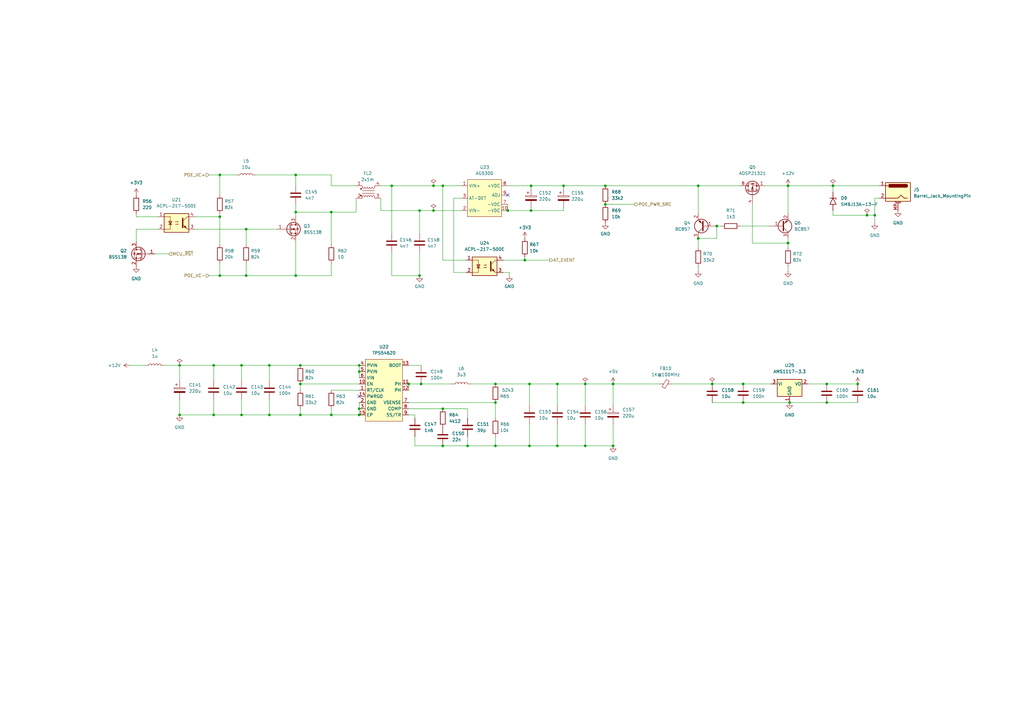
<source format=kicad_sch>
(kicad_sch (version 20211123) (generator eeschema)
  (paper "A3")
  (title_block (title "Kirdy") (date "2022-07-03") (rev "r0.1") (company "M-Labs") (comment 1 "Alex Wong Tat Hang"))
  (lib_symbols
    (symbol "Connector:Barrel_Jack_MountingPin" (pin_names hide)
      (property "Reference" "J" (at 0 5.334 0))
      (property "Value" "Barrel_Jack_MountingPin" (at 1.27 -6.35 0))
      (symbol "Barrel_Jack_MountingPin_0_1"
        (rectangle (start -5.08 3.81) (end 5.08 -3.81) (stroke (width 0.254)) (fill (type background)))
        (arc (start -3.302 3.175) (mid -3.937 2.54) (end -3.302 1.905) (stroke (width 0.254)))
        (arc (start -3.302 3.175) (mid -3.937 2.54) (end -3.302 1.905) (stroke (width 0.254)) (fill (type outline)))
        (polyline (pts (xy 5.08 2.54) (xy 3.81 2.54)) (stroke (width 0.254)))
        (polyline (pts (xy -3.81 -2.54) (xy -2.54 -2.54) (xy -1.27 -1.27) (xy 0 -2.54) (xy 2.54 -2.54) (xy 5.08 -2.54)) (stroke (width 0.254)))
        (rectangle (start 3.683 3.175) (end -3.302 1.905) (stroke (width 0.254)) (fill (type outline)))
      )
      (symbol "Barrel_Jack_MountingPin_1_1"
        (polyline (pts (xy -1.016 -4.572) (xy 1.016 -4.572)) (stroke (width 0.1524)))
        (text "Mounting" (at 0 -4.191 0) (effects (font (size 0.381 0.381))))
        (pin passive line (at 7.62 2.54 180) (length 2.54) (name "~") (number "1"))
        (pin passive line (at 7.62 -2.54 180) (length 2.54) (name "~") (number "2"))
        (pin passive line (at 0 -7.62 90) (length 3.048) (name "MountPin") (number "MP"))
      )
    )
    (symbol "Device:C" (pin_numbers hide) (pin_names (offset 0.254))
      (property "Reference" "C" (at 0.635 2.54 0))
      (property "Value" "C" (at 0.635 -2.54 0))
      (symbol "C_0_1"
        (polyline (pts (xy -2.032 -0.762) (xy 2.032 -0.762)) (stroke (width 0.508)))
        (polyline (pts (xy -2.032 0.762) (xy 2.032 0.762)) (stroke (width 0.508)))
      )
      (symbol "C_1_1"
        (pin passive line (at 0 3.81 270) (length 2.794) (name "~") (number "1"))
        (pin passive line (at 0 -3.81 90) (length 2.794) (name "~") (number "2"))
      )
    )
    (symbol "Device:C_Polarized" (pin_numbers hide) (pin_names (offset 0.254))
      (property "Reference" "C" (at 0.635 2.54 0))
      (property "Value" "C_Polarized" (at 0.635 -2.54 0))
      (symbol "C_Polarized_0_1"
        (rectangle (start -2.286 0.508) (end 2.286 1.016))
        (polyline (pts (xy -1.778 2.286) (xy -0.762 2.286)))
        (polyline (pts (xy -1.27 2.794) (xy -1.27 1.778)))
        (rectangle (start 2.286 -0.508) (end -2.286 -1.016) (fill (type outline)))
      )
      (symbol "C_Polarized_1_1"
        (pin passive line (at 0 3.81 270) (length 2.794) (name "~") (number "1"))
        (pin passive line (at 0 -3.81 90) (length 2.794) (name "~") (number "2"))
      )
    )
    (symbol "Device:FerriteBead_Small" (pin_numbers hide) (pin_names (offset 0))
      (property "Reference" "FB" (at 1.905 1.27 0))
      (property "Value" "FerriteBead_Small" (at 1.905 -1.27 0))
      (symbol "FerriteBead_Small_0_1"
        (polyline (pts (xy 0 -1.27) (xy 0 -0.7874)))
        (polyline (pts (xy 0 0.889) (xy 0 1.2954)))
        (polyline (pts (xy -1.8288 0.2794) (xy -1.1176 1.4986) (xy 1.8288 -0.2032) (xy 1.1176 -1.4224) (xy -1.8288 0.2794)))
      )
      (symbol "FerriteBead_Small_1_1"
        (pin passive line (at 0 2.54 270) (length 1.27) (name "~") (number "1"))
        (pin passive line (at 0 -2.54 90) (length 1.27) (name "~") (number "2"))
      )
    )
    (symbol "Device:Filter_EMI_LL_1423" (pin_names hide)
      (property "Reference" "FL" (at 0 4.445 0))
      (property "Value" "Filter_EMI_LL_1423" (at 0 -4.445 0))
      (symbol "Filter_EMI_LL_1423_0_1"
        (circle (center -3.048 -1.27) (radius 0.254) (fill (type outline)))
        (circle (center -3.048 1.524) (radius 0.254) (fill (type outline)))
        (arc (start -2.54 2.032) (mid -2.032 1.524) (end -1.524 2.032))
        (arc (start -1.524 -2.032) (mid -2.032 -1.524) (end -2.54 -2.032))
        (arc (start -1.524 2.032) (mid -1.016 1.524) (end -0.508 2.032))
        (arc (start -0.508 -2.032) (mid -1.016 -1.524) (end -1.524 -2.032))
        (arc (start -0.508 2.032) (mid 0 1.524) (end 0.508 2.032))
        (polyline (pts (xy -2.54 -2.032) (xy -2.54 -2.54)))
        (polyline (pts (xy -2.54 0.508) (xy 2.54 0.508)))
        (polyline (pts (xy -2.54 2.032) (xy -2.54 2.54)))
        (polyline (pts (xy 2.54 -2.032) (xy 2.54 -2.54)))
        (polyline (pts (xy 2.54 -0.508) (xy -2.54 -0.508)))
        (polyline (pts (xy 2.54 2.54) (xy 2.54 2.032)))
        (arc (start 0.508 -2.032) (mid 0 -1.524) (end -0.508 -2.032))
        (arc (start 0.508 2.032) (mid 1.016 1.524) (end 1.524 2.032))
        (arc (start 1.524 -2.032) (mid 1.016 -1.524) (end 0.508 -2.032))
        (arc (start 1.524 2.032) (mid 2.032 1.524) (end 2.54 2.032))
        (arc (start 2.54 -2.032) (mid 2.032 -1.524) (end 1.524 -2.032))
      )
      (symbol "Filter_EMI_LL_1423_1_1"
        (pin passive line (at -5.08 -2.54 0) (length 2.54) (name "1") (number "1"))
        (pin passive line (at -5.08 2.54 0) (length 2.54) (name "2") (number "2"))
        (pin passive line (at 5.08 2.54 180) (length 2.54) (name "3") (number "3"))
        (pin passive line (at 5.08 -2.54 180) (length 2.54) (name "4") (number "4"))
      )
    )
    (symbol "Device:L" (pin_numbers hide) (pin_names (offset 1.016) hide)
      (property "Reference" "L" (at -1.27 0 90))
      (property "Value" "L" (at 1.905 0 90))
      (symbol "L_0_1"
        (arc (start 0 -2.54) (mid 0.635 -1.905) (end 0 -1.27))
        (arc (start 0 -1.27) (mid 0.635 -0.635) (end 0 0))
        (arc (start 0 0) (mid 0.635 0.635) (end 0 1.27))
        (arc (start 0 1.27) (mid 0.635 1.905) (end 0 2.54))
      )
      (symbol "L_1_1"
        (pin passive line (at 0 3.81 270) (length 1.27) (name "1") (number "1"))
        (pin passive line (at 0 -3.81 90) (length 1.27) (name "2") (number "2"))
      )
    )
    (symbol "Device:R" (pin_numbers hide) (pin_names (offset 0))
      (property "Reference" "R" (at 2.032 0 90))
      (property "Value" "R" (at 0 0 90))
      (symbol "R_0_1"
        (rectangle (start -1.016 -2.54) (end 1.016 2.54) (stroke (width 0.254)))
      )
      (symbol "R_1_1"
        (pin passive line (at 0 3.81 270) (length 1.27) (name "~") (number "1"))
        (pin passive line (at 0 -3.81 90) (length 1.27) (name "~") (number "2"))
      )
    )
    (symbol "Diode:SM6T15A" (pin_numbers hide) (pin_names (offset 1.016) hide)
      (property "Reference" "D" (at 0 2.54 0))
      (property "Value" "SM6T15A" (at 0 -2.54 0))
      (symbol "SM6T15A_0_1"
        (polyline (pts (xy -0.762 1.27) (xy -1.27 1.27) (xy -1.27 -1.27)) (stroke (width 0.254)))
        (polyline (pts (xy 1.27 1.27) (xy 1.27 -1.27) (xy -1.27 0) (xy 1.27 1.27)) (stroke (width 0.254)))
      )
      (symbol "SM6T15A_1_1"
        (pin passive line (at -3.81 0 0) (length 2.54) (name "A1") (number "1"))
        (pin passive line (at 3.81 0 180) (length 2.54) (name "A2") (number "2"))
      )
    )
    (symbol "Isolator:SFH617A-2X009T"
      (property "Reference" "U" (at -3.81 5.08 0))
      (property "Value" "SFH617A-2X009T" (at 0 -5.08 0))
      (symbol "SFH617A-2X009T_1_1"
        (rectangle (start -5.08 3.81) (end 5.08 -3.81) (stroke (width 0.254)) (fill (type background)))
        (polyline (pts (xy -3.175 -0.635) (xy -1.905 -0.635)) (stroke (width 0.254)))
        (polyline (pts (xy 2.54 0.635) (xy 4.445 2.54)))
        (polyline (pts (xy 4.445 -2.54) (xy 2.54 -0.635)) (fill (type outline)))
        (polyline (pts (xy 4.445 -2.54) (xy 5.08 -2.54)))
        (polyline (pts (xy 4.445 2.54) (xy 5.08 2.54)))
        (polyline (pts (xy -5.08 2.54) (xy -2.54 2.54) (xy -2.54 -0.762)))
        (polyline (pts (xy -2.54 -0.635) (xy -2.54 -2.54) (xy -5.08 -2.54)))
        (polyline (pts (xy 2.54 1.905) (xy 2.54 -1.905) (xy 2.54 -1.905)) (stroke (width 0.508)))
        (polyline (pts (xy -2.54 -0.635) (xy -3.175 0.635) (xy -1.905 0.635) (xy -2.54 -0.635)) (stroke (width 0.254)))
        (polyline (pts (xy -0.508 -0.508) (xy 0.762 -0.508) (xy 0.381 -0.635) (xy 0.381 -0.381) (xy 0.762 -0.508)))
        (polyline (pts (xy -0.508 0.508) (xy 0.762 0.508) (xy 0.381 0.381) (xy 0.381 0.635) (xy 0.762 0.508)))
        (polyline (pts (xy 3.048 -1.651) (xy 3.556 -1.143) (xy 4.064 -2.159) (xy 3.048 -1.651) (xy 3.048 -1.651)) (fill (type outline)))
        (pin passive line (at -7.62 2.54 0) (length 2.54) (name "~") (number "1"))
        (pin passive line (at -7.62 -2.54 0) (length 2.54) (name "~") (number "2"))
        (pin passive line (at 7.62 -2.54 180) (length 2.54) (name "~") (number "3"))
        (pin passive line (at 7.62 2.54 180) (length 2.54) (name "~") (number "4"))
      )
    )
    (symbol "Regulator_Linear:AMS1117-3.3" (pin_names (offset 0.254))
      (property "Reference" "U" (at -3.81 3.175 0))
      (property "Value" "AMS1117-3.3" (at 0 3.175 0))
      (symbol "AMS1117-3.3_0_1"
        (rectangle (start -5.08 -5.08) (end 5.08 1.905) (stroke (width 0.254)) (fill (type background)))
      )
      (symbol "AMS1117-3.3_1_1"
        (pin power_in line (at 0 -7.62 90) (length 2.54) (name "GND") (number "1"))
        (pin power_out line (at 7.62 0 180) (length 2.54) (name "VO") (number "2"))
        (pin power_in line (at -7.62 0 0) (length 2.54) (name "VI") (number "3"))
      )
    )
    (symbol "Transistor_BJT:BC857" (pin_names (offset 0) hide)
      (property "Reference" "Q" (at 5.08 1.905 0))
      (property "Value" "BC857" (at 5.08 0 0))
      (symbol "BC857_0_1"
        (polyline (pts (xy 0.635 0.635) (xy 2.54 2.54)))
        (polyline (pts (xy 0.635 -0.635) (xy 2.54 -2.54) (xy 2.54 -2.54)))
        (polyline (pts (xy 0.635 1.905) (xy 0.635 -1.905) (xy 0.635 -1.905)) (stroke (width 0.508)))
        (polyline (pts (xy 2.286 -1.778) (xy 1.778 -2.286) (xy 1.27 -1.27) (xy 2.286 -1.778) (xy 2.286 -1.778)) (fill (type outline)))
        (circle (center 1.27 0) (radius 2.8194) (stroke (width 0.254)))
      )
      (symbol "BC857_1_1"
        (pin input line (at -5.08 0 0) (length 5.715) (name "B") (number "1"))
        (pin passive line (at 2.54 -5.08 90) (length 2.54) (name "E") (number "2"))
        (pin passive line (at 2.54 5.08 270) (length 2.54) (name "C") (number "3"))
      )
    )
    (symbol "Transistor_FET:BSS138" (pin_names hide)
      (property "Reference" "Q" (at 5.08 1.905 0))
      (property "Value" "BSS138" (at 5.08 0 0))
      (symbol "BSS138_0_1"
        (polyline (pts (xy 0.254 0) (xy -2.54 0)))
        (polyline (pts (xy 0.254 1.905) (xy 0.254 -1.905)) (stroke (width 0.254)))
        (polyline (pts (xy 0.762 -1.27) (xy 0.762 -2.286)) (stroke (width 0.254)))
        (polyline (pts (xy 0.762 0.508) (xy 0.762 -0.508)) (stroke (width 0.254)))
        (polyline (pts (xy 0.762 2.286) (xy 0.762 1.27)) (stroke (width 0.254)))
        (polyline (pts (xy 2.54 2.54) (xy 2.54 1.778)))
        (polyline (pts (xy 2.54 -2.54) (xy 2.54 0) (xy 0.762 0)))
        (polyline (pts (xy 0.762 -1.778) (xy 3.302 -1.778) (xy 3.302 1.778) (xy 0.762 1.778)))
        (polyline (pts (xy 1.016 0) (xy 2.032 0.381) (xy 2.032 -0.381) (xy 1.016 0)) (fill (type outline)))
        (polyline (pts (xy 2.794 0.508) (xy 2.921 0.381) (xy 3.683 0.381) (xy 3.81 0.254)))
        (polyline (pts (xy 3.302 0.381) (xy 2.921 -0.254) (xy 3.683 -0.254) (xy 3.302 0.381)))
        (circle (center 1.651 0) (radius 2.794) (stroke (width 0.254)))
        (circle (center 2.54 -1.778) (radius 0.254) (fill (type outline)))
        (circle (center 2.54 1.778) (radius 0.254) (fill (type outline)))
      )
      (symbol "BSS138_1_1"
        (pin input line (at -5.08 0 0) (length 2.54) (name "G") (number "1"))
        (pin passive line (at 2.54 -5.08 90) (length 2.54) (name "S") (number "2"))
        (pin passive line (at 2.54 5.08 270) (length 2.54) (name "D") (number "3"))
      )
    )
    (symbol "Transistor_FET:FDS9435A" (pin_names hide)
      (property "Reference" "Q" (at 5.08 1.905 0))
      (property "Value" "FDS9435A" (at 5.08 0 0))
      (symbol "FDS9435A_0_1"
        (polyline (pts (xy 0.254 0) (xy -2.54 0)))
        (polyline (pts (xy 0.254 1.905) (xy 0.254 -1.905)) (stroke (width 0.254)))
        (polyline (pts (xy 0.762 -1.27) (xy 0.762 -2.286)) (stroke (width 0.254)))
        (polyline (pts (xy 0.762 0.508) (xy 0.762 -0.508)) (stroke (width 0.254)))
        (polyline (pts (xy 0.762 2.286) (xy 0.762 1.27)) (stroke (width 0.254)))
        (polyline (pts (xy 2.54 2.54) (xy 2.54 1.778)))
        (polyline (pts (xy 2.54 -2.54) (xy 2.54 0) (xy 0.762 0)))
        (polyline (pts (xy 0.762 1.778) (xy 3.302 1.778) (xy 3.302 -1.778) (xy 0.762 -1.778)))
        (polyline (pts (xy 2.286 0) (xy 1.27 0.381) (xy 1.27 -0.381) (xy 2.286 0)) (fill (type outline)))
        (polyline (pts (xy 2.794 -0.508) (xy 2.921 -0.381) (xy 3.683 -0.381) (xy 3.81 -0.254)))
        (polyline (pts (xy 3.302 -0.381) (xy 2.921 0.254) (xy 3.683 0.254) (xy 3.302 -0.381)))
        (circle (center 1.651 0) (radius 2.794) (stroke (width 0.254)))
        (circle (center 2.54 -1.778) (radius 0.254) (fill (type outline)))
        (circle (center 2.54 1.778) (radius 0.254) (fill (type outline)))
      )
      (symbol "FDS9435A_1_1"
        (pin passive line (at 2.54 -5.08 90) (length 2.54) (name "S") (number "1"))
        (pin passive line (at 2.54 -5.08 90) (length 2.54) hide (name "S") (number "2"))
        (pin passive line (at 2.54 -5.08 90) (length 2.54) hide (name "S") (number "3"))
        (pin passive line (at -5.08 0 0) (length 2.54) (name "G") (number "4"))
        (pin passive line (at 2.54 5.08 270) (length 2.54) hide (name "D") (number "5"))
        (pin passive line (at 2.54 5.08 270) (length 2.54) hide (name "D") (number "6"))
        (pin passive line (at 2.54 5.08 270) (length 2.54) hide (name "D") (number "7"))
        (pin passive line (at 2.54 5.08 270) (length 2.54) (name "D") (number "8"))
      )
    )
    (symbol "kirdy:AG5300"
      (property "Reference" "U" (at 6.35 -6.35 0))
      (property "Value" "AG5300" (at -2.54 -6.35 0))
      (symbol "AG5300_0_0"
        (pin power_in line (at -8.89 7.62 0) (length 2.54) (name "VIN+") (number "1"))
        (pin power_out line (at 10.16 -2.54 180) (length 2.54) (name "-VDC") (number "10"))
        (pin power_in line (at -8.89 -2.54 0) (length 2.54) (name "VIN-") (number "2"))
        (pin output line (at -8.89 2.54 0) (length 2.54) (name "AT-DET") (number "3"))
        (pin no_connect line (at -0.635 5.715 90) (length 2.54) hide (name "NC") (number "4"))
        (pin no_connect line (at 0.635 5.715 90) (length 2.54) hide (name "NC") (number "5"))
        (pin no_connect line (at 1.905 5.715 90) (length 2.54) hide (name "NC") (number "6"))
        (pin passive line (at 10.16 0 180) (length 2.54) (name "-VDC") (number "7"))
        (pin power_out line (at 10.16 7.62 180) (length 2.54) (name "+VDC") (number "8"))
        (pin input line (at 10.16 3.81 180) (length 2.54) (name "ADJ") (number "9"))
      )
      (symbol "AG5300_0_1"
        (rectangle (start -6.35 10.16) (end 7.62 -5.08) (fill (type background)))
      )
    )
    (symbol "kirdy:TPS54620"
      (property "Reference" "U" (at 0 -17.78 0))
      (property "Value" "TPS54620" (at 0 -15.24 0))
      (symbol "TPS54620_0_0"
        (pin input line (at -10.16 0 0) (length 2.54) (name "RT/CLK") (number "1"))
        (pin input line (at -10.16 2.54 0) (length 2.54) (name "EN") (number "10"))
        (pin power_out line (at 10.16 2.54 180) (length 2.54) (name "PH") (number "11"))
        (pin passive line (at 10.16 0 180) (length 2.54) (name "PH") (number "12"))
        (pin input line (at 10.16 10.16 180) (length 2.54) (name "BOOT") (number "13"))
        (pin output line (at -10.16 -2.54 0) (length 2.54) (name "PWRGD") (number "14"))
        (pin power_in line (at -10.16 -10.16 0) (length 2.54) (name "EP") (number "15"))
        (pin power_in line (at -10.16 -5.08 0) (length 2.54) (name "GND") (number "2"))
        (pin power_in line (at -10.16 -7.62 0) (length 2.54) (name "GND") (number "3"))
        (pin power_in line (at -10.16 10.16 0) (length 2.54) (name "PVIN") (number "4"))
        (pin power_in line (at -10.16 7.62 0) (length 2.54) (name "PVIN") (number "5"))
        (pin power_in line (at -10.16 5.08 0) (length 2.54) (name "VIN") (number "6"))
        (pin input line (at 10.16 -5.08 180) (length 2.54) (name "VSENSE") (number "7"))
        (pin output line (at 10.16 -7.62 180) (length 2.54) (name "COMP") (number "8"))
        (pin output line (at 10.16 -10.16 180) (length 2.54) (name "SS/TR") (number "9"))
      )
      (symbol "TPS54620_0_1"
        (rectangle (start -7.62 12.7) (end 7.62 -12.7) (fill (type background)))
      )
    )
    (symbol "power:+12V" (power) (pin_names (offset 0))
      (property "Value" "+12V" (at 0 3.556 0))
      (symbol "+12V_0_1"
        (polyline (pts (xy -0.762 1.27) (xy 0 2.54)))
        (polyline (pts (xy 0 0) (xy 0 2.54)))
        (polyline (pts (xy 0 2.54) (xy 0.762 1.27)))
      )
      (symbol "+12V_1_1"
        (pin power_in line (at 0 0 90) (length 0) hide (name "+12V") (number "1"))
      )
    )
    (symbol "power:+3V3" (power) (pin_names (offset 0))
      (property "Value" "+3V3" (at 0 3.556 0))
      (symbol "+3V3_0_1"
        (polyline (pts (xy -0.762 1.27) (xy 0 2.54)))
        (polyline (pts (xy 0 0) (xy 0 2.54)))
        (polyline (pts (xy 0 2.54) (xy 0.762 1.27)))
      )
      (symbol "+3V3_1_1"
        (pin power_in line (at 0 0 90) (length 0) hide (name "+3V3") (number "1"))
      )
    )
    (symbol "power:+5V" (power) (pin_names (offset 0))
      (property "Value" "+5V" (at 0 3.556 0))
      (symbol "+5V_0_1"
        (polyline (pts (xy -0.762 1.27) (xy 0 2.54)))
        (polyline (pts (xy 0 0) (xy 0 2.54)))
        (polyline (pts (xy 0 2.54) (xy 0.762 1.27)))
      )
      (symbol "+5V_1_1"
        (pin power_in line (at 0 0 90) (length 0) hide (name "+5V") (number "1"))
      )
    )
    (symbol "power:GND" (power) (pin_names (offset 0))
      (property "Value" "GND" (at 0 -3.81 0))
      (symbol "GND_0_1"
        (polyline (pts (xy 0 0) (xy 0 -1.27) (xy 1.27 -1.27) (xy 0 -2.54) (xy -1.27 -1.27) (xy 0 -1.27)))
      )
      (symbol "GND_1_1"
        (pin power_in line (at 0 0 270) (length 0) hide (name "GND") (number "1"))
      )
    )
    (symbol "power:PWR_FLAG" (power) (pin_numbers hide) (pin_names (offset 0) hide)
      (property "Value" "PWR_FLAG" (at 0 3.81 0))
      (symbol "PWR_FLAG_0_0"
        (pin power_out line (at 0 0 90) (length 0) (name "pwr") (number "1"))
      )
      (symbol "PWR_FLAG_0_1"
        (polyline (pts (xy 0 0) (xy 0 1.27) (xy -1.016 1.905) (xy 0 2.54) (xy 1.016 1.905) (xy 0 1.27)))
      )
    )
  )
  (junction (at 87.63 149.86))
  (junction (at 351.79 157.48))
  (junction (at 323.215 99.695))
  (junction (at 181.61 182.88))
  (junction (at 147.32 167.64))
  (junction (at 100.965 93.98))
  (junction (at 251.46 182.88))
  (junction (at 181.61 167.64))
  (junction (at 121.285 86.995))
  (junction (at 304.8 165.1))
  (junction (at 228.6 157.48))
  (junction (at 203.2 157.48))
  (junction (at 90.17 113.03))
  (junction (at 135.89 86.995))
  (junction (at 294.005 92.71))
  (junction (at 251.46 157.48))
  (junction (at 110.49 170.18))
  (junction (at 167.64 157.48))
  (junction (at 172.085 113.03))
  (junction (at 135.89 170.18))
  (junction (at 73.66 170.18))
  (junction (at 248.285 83.82))
  (junction (at 177.8 86.36))
  (junction (at 358.775 88.265))
  (junction (at 90.17 88.9))
  (junction (at 240.03 182.88))
  (junction (at 147.32 149.86))
  (junction (at 203.2 182.88))
  (junction (at 323.85 165.1))
  (junction (at 121.285 113.03))
  (junction (at 240.03 157.48))
  (junction (at 110.49 149.86))
  (junction (at 339.09 165.1))
  (junction (at 181.61 76.2))
  (junction (at 160.655 76.2))
  (junction (at 121.285 71.755))
  (junction (at 123.19 170.18))
  (junction (at 304.8 157.48))
  (junction (at 339.09 157.48))
  (junction (at 203.2 165.1))
  (junction (at 248.285 76.2))
  (junction (at 217.17 182.88))
  (junction (at 286.385 76.2))
  (junction (at 177.8 76.2))
  (junction (at 292.1 157.48))
  (junction (at 217.17 157.48))
  (junction (at 217.805 76.2))
  (junction (at 87.63 170.18))
  (junction (at 231.14 76.2))
  (junction (at 217.805 86.36))
  (junction (at 123.19 149.86))
  (junction (at 73.66 149.86))
  (junction (at 341.63 76.2))
  (junction (at 90.17 71.755))
  (junction (at 99.06 170.18))
  (junction (at 215.265 106.68))
  (junction (at 100.965 113.03))
  (junction (at 286.385 97.79))
  (junction (at 147.32 152.4))
  (junction (at 228.6 182.88))
  (junction (at 355.6 88.265))
  (junction (at 191.77 182.88))
  (junction (at 99.06 149.86))
  (junction (at 172.085 86.36))
  (junction (at 323.215 76.2))
  (junction (at 123.19 157.48))
  (junction (at 147.32 170.18))
  (junction (at 172.72 157.48))
  (junction (at 208.28 86.36))
  (no_connect (at 208.28 80.01))
  (no_connect (at 147.32 162.56))
  (wire (pts (xy 104.775 71.755) (xy 121.285 71.755)))
  (wire (pts (xy 121.285 86.995) (xy 121.285 88.9)))
  (wire (pts (xy 135.89 167.64) (xy 135.89 170.18)))
  (wire (pts (xy 146.05 76.2) (xy 135.89 76.2)))
  (wire (pts (xy 87.63 149.86) (xy 99.06 149.86)))
  (wire (pts (xy 147.32 165.1) (xy 147.32 167.64)))
  (wire (pts (xy 217.805 85.09) (xy 217.805 86.36)))
  (wire (pts (xy 80.01 93.98) (xy 100.965 93.98)))
  (wire (pts (xy 217.805 86.36) (xy 231.14 86.36)))
  (wire (pts (xy 110.49 149.86) (xy 123.19 149.86)))
  (wire (pts (xy 63.5 104.14) (xy 69.215 104.14)))
  (wire (pts (xy 160.655 113.03) (xy 172.085 113.03)))
  (wire (pts (xy 135.89 86.995) (xy 135.89 100.33)))
  (wire (pts (xy 99.06 163.83) (xy 99.06 170.18)))
  (wire (pts (xy 146.05 81.28) (xy 146.05 86.995)))
  (wire (pts (xy 208.28 83.82) (xy 208.28 86.36)))
  (wire (pts (xy 172.085 103.505) (xy 172.085 113.03)))
  (wire (pts (xy 135.89 160.02) (xy 147.32 160.02)))
  (wire (pts (xy 228.6 182.88) (xy 240.03 182.88)))
  (wire (pts (xy 341.63 76.2) (xy 360.68 76.2)))
  (wire (pts (xy 99.06 170.18) (xy 110.49 170.18)))
  (wire (pts (xy 110.49 170.18) (xy 123.19 170.18)))
  (wire (pts (xy 156.21 86.36) (xy 172.085 86.36)))
  (wire (pts (xy 292.1 165.1) (xy 304.8 165.1)))
  (wire (pts (xy 170.18 179.07) (xy 170.18 182.88)))
  (wire (pts (xy 203.2 182.88) (xy 203.2 179.07)))
  (wire (pts (xy 181.61 167.64) (xy 191.77 167.64)))
  (wire (pts (xy 217.17 157.48) (xy 217.17 166.37)))
  (wire (pts (xy 53.34 149.86) (xy 59.69 149.86)))
  (wire (pts (xy 313.69 76.2) (xy 323.215 76.2)))
  (wire (pts (xy 177.8 76.2) (xy 181.61 76.2)))
  (wire (pts (xy 231.14 76.2) (xy 248.285 76.2)))
  (wire (pts (xy 147.32 149.86) (xy 147.32 152.4)))
  (wire (pts (xy 85.725 113.03) (xy 90.17 113.03)))
  (wire (pts (xy 80.01 88.9) (xy 90.17 88.9)))
  (wire (pts (xy 167.64 149.86) (xy 172.72 149.86)))
  (wire (pts (xy 123.19 157.48) (xy 123.19 160.02)))
  (wire (pts (xy 208.28 86.36) (xy 217.805 86.36)))
  (wire (pts (xy 100.965 113.03) (xy 100.965 107.95)))
  (wire (pts (xy 123.19 167.64) (xy 123.19 170.18)))
  (wire (pts (xy 73.66 163.83) (xy 73.66 170.18)))
  (wire (pts (xy 240.03 157.48) (xy 240.03 166.37)))
  (wire (pts (xy 251.46 182.88) (xy 251.46 173.99)))
  (wire (pts (xy 121.285 86.995) (xy 135.89 86.995)))
  (wire (pts (xy 304.8 157.48) (xy 316.23 157.48)))
  (wire (pts (xy 251.46 157.48) (xy 270.51 157.48)))
  (wire (pts (xy 99.06 149.86) (xy 110.49 149.86)))
  (wire (pts (xy 177.8 86.36) (xy 189.23 86.36)))
  (wire (pts (xy 135.89 71.755) (xy 121.285 71.755)))
  (wire (pts (xy 167.64 165.1) (xy 203.2 165.1)))
  (wire (pts (xy 90.17 80.01) (xy 90.17 71.755)))
  (wire (pts (xy 251.46 157.48) (xy 251.46 166.37)))
  (wire (pts (xy 323.215 76.2) (xy 323.215 87.63)))
  (wire (pts (xy 123.19 157.48) (xy 147.32 157.48)))
  (wire (pts (xy 135.89 113.03) (xy 121.285 113.03)))
  (wire (pts (xy 358.775 81.28) (xy 360.68 81.28)))
  (wire (pts (xy 341.63 86.36) (xy 341.63 88.265)))
  (wire (pts (xy 87.63 170.18) (xy 99.06 170.18)))
  (wire (pts (xy 215.265 106.68) (xy 225.425 106.68)))
  (wire (pts (xy 135.89 170.18) (xy 147.32 170.18)))
  (wire (pts (xy 90.17 113.03) (xy 100.965 113.03)))
  (wire (pts (xy 339.09 157.48) (xy 351.79 157.48)))
  (wire (pts (xy 135.89 107.95) (xy 135.89 113.03)))
  (wire (pts (xy 231.14 76.2) (xy 231.14 77.47)))
  (wire (pts (xy 123.19 149.86) (xy 147.32 149.86)))
  (wire (pts (xy 248.285 76.2) (xy 286.385 76.2)))
  (wire (pts (xy 156.21 81.28) (xy 156.21 86.36)))
  (wire (pts (xy 55.88 93.98) (xy 64.77 93.98)))
  (wire (pts (xy 73.66 156.21) (xy 73.66 149.86)))
  (wire (pts (xy 206.375 111.76) (xy 208.915 111.76)))
  (wire (pts (xy 181.61 76.2) (xy 181.61 106.68)))
  (wire (pts (xy 121.285 113.03) (xy 100.965 113.03)))
  (wire (pts (xy 217.17 157.48) (xy 228.6 157.48)))
  (wire (pts (xy 90.17 87.63) (xy 90.17 88.9)))
  (wire (pts (xy 90.17 71.755) (xy 97.155 71.755)))
  (wire (pts (xy 172.085 86.36) (xy 172.085 95.885)))
  (wire (pts (xy 355.6 88.265) (xy 358.775 88.265)))
  (wire (pts (xy 208.915 111.76) (xy 208.915 113.03)))
  (wire (pts (xy 55.88 99.06) (xy 55.88 93.98)))
  (wire (pts (xy 203.2 157.48) (xy 217.17 157.48)))
  (wire (pts (xy 331.47 157.48) (xy 339.09 157.48)))
  (wire (pts (xy 123.19 170.18) (xy 135.89 170.18)))
  (wire (pts (xy 170.18 182.88) (xy 181.61 182.88)))
  (wire (pts (xy 323.215 76.2) (xy 341.63 76.2)))
  (wire (pts (xy 341.63 76.2) (xy 341.63 78.74)))
  (wire (pts (xy 191.77 182.88) (xy 203.2 182.88)))
  (wire (pts (xy 172.72 157.48) (xy 185.42 157.48)))
  (wire (pts (xy 121.285 71.755) (xy 121.285 76.2)))
  (wire (pts (xy 206.375 106.68) (xy 215.265 106.68)))
  (wire (pts (xy 186.055 111.76) (xy 191.135 111.76)))
  (wire (pts (xy 90.17 88.9) (xy 90.17 100.33)))
  (wire (pts (xy 110.49 163.83) (xy 110.49 170.18)))
  (wire (pts (xy 294.005 92.71) (xy 295.91 92.71)))
  (wire (pts (xy 100.965 93.98) (xy 113.665 93.98)))
  (wire (pts (xy 55.88 87.63) (xy 55.88 88.9)))
  (wire (pts (xy 203.2 182.88) (xy 217.17 182.88)))
  (wire (pts (xy 341.63 88.265) (xy 355.6 88.265)))
  (wire (pts (xy 286.385 97.79) (xy 286.385 101.6)))
  (wire (pts (xy 286.385 76.2) (xy 286.385 87.63)))
  (wire (pts (xy 100.965 93.98) (xy 100.965 100.33)))
  (wire (pts (xy 228.6 157.48) (xy 240.03 157.48)))
  (wire (pts (xy 181.61 76.2) (xy 189.23 76.2)))
  (wire (pts (xy 90.17 107.95) (xy 90.17 113.03)))
  (wire (pts (xy 215.265 105.41) (xy 215.265 106.68)))
  (wire (pts (xy 73.66 149.86) (xy 87.63 149.86)))
  (wire (pts (xy 308.61 83.82) (xy 308.61 99.695)))
  (wire (pts (xy 231.14 86.36) (xy 231.14 85.09)))
  (wire (pts (xy 217.805 76.2) (xy 217.805 77.47)))
  (wire (pts (xy 160.655 103.505) (xy 160.655 113.03)))
  (wire (pts (xy 147.32 167.64) (xy 147.32 170.18)))
  (wire (pts (xy 275.59 157.48) (xy 292.1 157.48)))
  (wire (pts (xy 358.775 88.265) (xy 358.775 81.28)))
  (wire (pts (xy 323.215 109.22) (xy 323.215 111.125)))
  (wire (pts (xy 286.385 109.22) (xy 286.385 111.125)))
  (wire (pts (xy 87.63 149.86) (xy 87.63 156.21)))
  (wire (pts (xy 304.8 165.1) (xy 323.85 165.1)))
  (wire (pts (xy 203.2 171.45) (xy 203.2 165.1)))
  (wire (pts (xy 167.64 157.48) (xy 172.72 157.48)))
  (wire (pts (xy 147.32 152.4) (xy 147.32 154.94)))
  (wire (pts (xy 121.285 99.06) (xy 121.285 113.03)))
  (wire (pts (xy 170.18 170.18) (xy 170.18 171.45)))
  (wire (pts (xy 193.04 157.48) (xy 203.2 157.48)))
  (wire (pts (xy 286.385 97.79) (xy 294.005 97.79)))
  (wire (pts (xy 189.23 81.28) (xy 186.055 81.28)))
  (wire (pts (xy 146.05 86.995) (xy 135.89 86.995)))
  (wire (pts (xy 248.285 83.82) (xy 260.35 83.82)))
  (wire (pts (xy 172.085 86.36) (xy 177.8 86.36)))
  (wire (pts (xy 228.6 157.48) (xy 228.6 166.37)))
  (wire (pts (xy 87.63 163.83) (xy 87.63 170.18)))
  (wire (pts (xy 191.77 182.88) (xy 191.77 179.07)))
  (wire (pts (xy 294.005 97.79) (xy 294.005 92.71)))
  (wire (pts (xy 181.61 106.68) (xy 191.135 106.68)))
  (wire (pts (xy 240.03 173.99) (xy 240.03 182.88)))
  (wire (pts (xy 121.285 83.82) (xy 121.285 86.995)))
  (wire (pts (xy 217.17 173.99) (xy 217.17 182.88)))
  (wire (pts (xy 167.64 170.18) (xy 170.18 170.18)))
  (wire (pts (xy 217.805 76.2) (xy 231.14 76.2)))
  (wire (pts (xy 181.61 182.88) (xy 191.77 182.88)))
  (wire (pts (xy 186.055 81.28) (xy 186.055 111.76)))
  (wire (pts (xy 73.66 170.18) (xy 87.63 170.18)))
  (wire (pts (xy 135.89 76.2) (xy 135.89 71.755)))
  (wire (pts (xy 67.31 149.86) (xy 73.66 149.86)))
  (wire (pts (xy 286.385 76.2) (xy 303.53 76.2)))
  (wire (pts (xy 228.6 173.99) (xy 228.6 182.88)))
  (wire (pts (xy 110.49 149.86) (xy 110.49 156.21)))
  (wire (pts (xy 191.77 167.64) (xy 191.77 171.45)))
  (wire (pts (xy 240.03 182.88) (xy 251.46 182.88)))
  (wire (pts (xy 160.655 76.2) (xy 177.8 76.2)))
  (wire (pts (xy 323.215 99.695) (xy 323.215 101.6)))
  (wire (pts (xy 308.61 99.695) (xy 323.215 99.695)))
  (wire (pts (xy 339.09 165.1) (xy 351.79 165.1)))
  (wire (pts (xy 167.64 167.64) (xy 181.61 167.64)))
  (wire (pts (xy 292.1 157.48) (xy 304.8 157.48)))
  (wire (pts (xy 303.53 92.71) (xy 315.595 92.71)))
  (wire (pts (xy 99.06 156.21) (xy 99.06 149.86)))
  (wire (pts (xy 167.64 157.48) (xy 167.64 160.02)))
  (wire (pts (xy 85.725 71.755) (xy 90.17 71.755)))
  (wire (pts (xy 156.21 76.2) (xy 160.655 76.2)))
  (wire (pts (xy 55.88 88.9) (xy 64.77 88.9)))
  (wire (pts (xy 160.655 76.2) (xy 160.655 95.885)))
  (wire (pts (xy 323.215 97.79) (xy 323.215 99.695)))
  (wire (pts (xy 240.03 157.48) (xy 251.46 157.48)))
  (wire (pts (xy 217.17 182.88) (xy 228.6 182.88)))
  (wire (pts (xy 358.775 91.44) (xy 358.775 88.265)))
  (wire (pts (xy 208.28 76.2) (xy 217.805 76.2)))
  (wire (pts (xy 323.85 165.1) (xy 339.09 165.1)))
  (hierarchical_label "POE_PWR_SRC" (shape output) (at 260.35 83.82 0))
  (hierarchical_label "POE_VC+" (shape input) (at 85.725 71.755 180))
  (hierarchical_label "AT_EVENT" (shape output) (at 225.425 106.68 0))
  (hierarchical_label "POE_VC-" (shape input) (at 85.725 113.03 180))
  (hierarchical_label "MCU_~{RST}" (shape input) (at 69.215 104.14 0))
  (symbol (lib_id "Device:L") (at 189.23 157.48 90) (unit 1)
    (property "Reference" "L6" (at 189.23 151.13 90))
    (property "Value" "3u3" (at 189.23 153.67 90))
    (property "Footprint" "Inductor_SMD:L_Wuerth_MAPI-4020" (effects hide))
    (property "MFR_PN" "74438356033" (effects hide))
  )
  (symbol (lib_id "Transistor_FET:BSS138") (at 118.745 93.98 0) (unit 1)
    (property "Reference" "Q3" (at 124.46 92.7099 0) (effects (justify left)))
    (property "Value" "BSS138" (at 124.46 95.2499 0) (effects (justify left)))
    (property "Footprint" "Package_TO_SOT_SMD:SOT-23" (effects hide))
    (property "Datasheet" "https://www.onsemi.com/pub/Collateral/BSS138-D.PDF" (effects hide))
    (property "MFR_PN" "BSS138W-TP" (effects hide))
    (property "MFR_PN_ALT" "BSS138W-7-F" (effects hide))
  )
  (symbol (lib_id "Device:R") (at 90.17 104.14 0) (unit 1)
    (property "Reference" "R58" (at 92.075 102.8699 0) (effects (justify left)))
    (property "Value" "20k" (at 92.075 105.4099 0) (effects (justify left)))
    (property "Footprint" "Resistor_SMD:R_0603_1608Metric" (effects hide))
    (property "MFR_PN" "RMCF0603FT20K0" (effects hide))
    (property "MFR_PN_ALT" "RC0603FR-0720KL" (effects hide))
  )
  (symbol (lib_id "Device:L") (at 100.965 71.755 90) (unit 1)
    (property "Reference" "L5" (at 100.965 66.04 90))
    (property "Value" "10u" (at 100.965 68.58 90))
    (property "Footprint" "Inductor_SMD:L_Wuerth_WE-PD-Typ-LS" (effects hide))
    (property "MFR_PN" "74477110" (effects hide))
  )
  (symbol (lib_id "Device:C") (at 170.18 175.26 0) (unit 1)
    (property "Reference" "C147" (at 173.99 173.9899 0) (effects (justify left)))
    (property "Value" "1n6" (at 173.99 176.5299 0) (effects (justify left)))
    (property "Footprint" "Capacitor_SMD:C_0603_1608Metric" (effects hide))
    (property "MFR_PN" "GCM1885C1H162FA16D" (effects hide))
    (property "MFR_PN_ALT" "C0603C162J5GAC7867" (effects hide))
  )
  (symbol (lib_id "Isolator:SFH617A-2X009T") (at 72.39 91.44 0) (unit 1)
    (property "Reference" "U21" (at 72.39 81.915 0))
    (property "Value" "ACPL-217-500E" (at 72.39 84.455 0))
    (property "Footprint" "Package_DIP:SMDIP-4_W7.62mm" (effects hide))
    (property "Datasheet" "http://www.vishay.com/docs/83740/sfh617a.pdf" (effects hide))
    (property "MFR_PN" "EL3H7(C)(TA)-VG" (effects hide))
  )
  (symbol (lib_id "Device:C") (at 121.285 80.01 0) (unit 1)
    (property "Reference" "C145" (at 125.095 78.7399 0) (effects (justify left)))
    (property "Value" "4n7" (at 125.095 81.2799 0) (effects (justify left)))
    (property "Footprint" "Capacitor_SMD:C_1206_3216Metric" (effects hide))
    (property "MFR_PN" "12067C472KAT2A" (effects hide))
    (property "MFR_PN_ALT" "1206B472K501NT" (effects hide))
  )
  (symbol (lib_id "Device:C") (at 240.03 170.18 0) (unit 1)
    (property "Reference" "C156" (at 243.84 168.9099 0) (effects (justify left)))
    (property "Value" "10u" (at 243.84 171.4499 0) (effects (justify left)))
    (property "Footprint" "Capacitor_SMD:C_0805_2012Metric" (effects hide))
    (property "MFR_PN" "CL21B106KOQNNNG" (effects hide))
    (property "MFR_PN_ALT" "CL21B106KOQNNNE" (effects hide))
  )
  (symbol (lib_id "Device:R") (at 100.965 104.14 0) (unit 1)
    (property "Reference" "R59" (at 102.87 102.8699 0) (effects (justify left)))
    (property "Value" "82k" (at 102.87 105.4099 0) (effects (justify left)))
    (property "Footprint" "Resistor_SMD:R_0603_1608Metric" (effects hide))
    (property "MFR_PN" "CRGCQ0603F82K" (effects hide))
    (property "MFR_PN_ALT" "RMCF0603FT82K0" (effects hide))
  )
  (symbol (lib_id "power:GND") (at 172.085 113.03 0) (unit 1)
    (property "Reference" "#PWR0129" (effects hide))
    (property "Value" "GND" (at 172.085 117.475 0))
  )
  (symbol (lib_id "Device:C") (at 160.655 99.695 0) (unit 1)
    (property "Reference" "C146" (at 163.83 98.4249 0) (effects (justify left)))
    (property "Value" "4n7" (at 163.83 100.9649 0) (effects (justify left)))
    (property "Footprint" "Capacitor_SMD:C_1206_3216Metric" (effects hide))
    (property "MFR_PN" "12067C472KAT2A" (effects hide))
    (property "MFR_PN_ALT" "1206B472K501NT" (effects hide))
  )
  (symbol (lib_id "power:GND") (at 358.775 91.44 0) (unit 1)
    (property "Reference" "#PWR0140" (effects hide))
    (property "Value" "GND" (at 358.775 96.52 0))
  )
  (symbol (lib_id "power:GND") (at 323.215 111.125 0) (unit 1)
    (property "Reference" "#PWR0137" (effects hide))
    (property "Value" "GND" (at 323.215 116.205 0))
  )
  (symbol (lib_id "power:GND") (at 208.915 113.03 0) (unit 1)
    (property "Reference" "#PWR0130" (effects hide))
    (property "Value" "GND" (at 208.915 117.475 0))
  )
  (symbol (lib_id "Device:R") (at 181.61 171.45 0) (unit 1)
    (property "Reference" "R64" (at 184.15 170.1799 0) (effects (justify left)))
    (property "Value" "4k12" (at 184.15 172.7199 0) (effects (justify left)))
    (property "Footprint" "Resistor_SMD:R_0603_1608Metric" (effects hide))
    (property "MFR_PN" "RMCF0603FT4K12" (effects hide))
    (property "MFR_PN_ALT" "RC0603FR-074K12L" (effects hide))
  )
  (symbol (lib_id "Device:C") (at 292.1 161.29 0) (unit 1)
    (property "Reference" "C158" (at 295.91 160.0199 0) (effects (justify left)))
    (property "Value" "10u" (at 295.91 162.5599 0) (effects (justify left)))
    (property "Footprint" "Capacitor_SMD:C_0805_2012Metric" (effects hide))
    (property "MFR_PN" "CL21B106KOQNNNG" (effects hide))
    (property "MFR_PN_ALT" "CL21B106KOQNNNE" (effects hide))
  )
  (symbol (lib_id "Device:C") (at 339.09 161.29 0) (unit 1)
    (property "Reference" "C160" (at 342.9 160.0199 0) (effects (justify left)))
    (property "Value" "100n" (at 342.9 162.5599 0) (effects (justify left)))
    (property "Footprint" "Capacitor_SMD:C_0603_1608Metric" (effects hide))
    (property "MFR_PN" "CL10B104KB8NNWC" (effects hide))
    (property "MFR_PN_ALT" "CL10B104KB8NNNL" (effects hide))
  )
  (symbol (lib_id "power:+12V") (at 323.215 76.2 0) (unit 1)
    (property "Reference" "#PWR0136" (effects hide))
    (property "Value" "+12V" (at 323.215 71.12 0))
  )
  (symbol (lib_id "power:PWR_FLAG") (at 292.1 157.48 0) (unit 1)
    (property "Reference" "#FLG0111" (effects hide))
    (property "Value" "PWR_FLAG" (effects hide))
  )
  (symbol (lib_id "power:GND") (at 286.385 111.125 0) (unit 1)
    (property "Reference" "#PWR0135" (effects hide))
    (property "Value" "GND" (at 286.385 116.205 0))
  )
  (symbol (lib_id "Device:C") (at 87.63 160.02 0) (unit 1)
    (property "Reference" "C142" (at 91.44 158.7499 0) (effects (justify left)))
    (property "Value" "10u" (at 91.44 161.2899 0) (effects (justify left)))
    (property "Footprint" "Capacitor_SMD:C_0805_2012Metric" (effects hide))
    (property "MFR_PN" "CL21B106KOQNNNG" (effects hide))
    (property "MFR_PN_ALT" "CL21B106KOQNNNE" (effects hide))
  )
  (symbol (lib_id "Device:R") (at 123.19 153.67 0) (unit 1)
    (property "Reference" "R60" (at 125.095 152.3999 0) (effects (justify left)))
    (property "Value" "82k" (at 125.095 154.9399 0) (effects (justify left)))
    (property "Footprint" "Resistor_SMD:R_0603_1608Metric" (effects hide))
    (property "MFR_PN" "CRGCQ0603F82K" (effects hide))
    (property "MFR_PN_ALT" "RMCF0603FT82K0" (effects hide))
  )
  (symbol (lib_id "Device:C_Polarized") (at 251.46 170.18 0) (unit 1)
    (property "Reference" "C157" (at 255.27 168.0209 0) (effects (justify left)))
    (property "Value" "220u" (at 255.27 170.5609 0) (effects (justify left)))
    (property "Footprint" "Capacitor_Tantalum_SMD:CP_EIA-7343-15_Kemet-W" (effects hide))
    (property "MFR_PN" "T491D227K016AT" (effects hide))
    (property "MFR_PN_ALT" "293D227X9016E2TE3" (effects hide))
  )
  (symbol (lib_id "Device:C") (at 172.72 153.67 0) (unit 1)
    (property "Reference" "C149" (at 176.53 152.3999 0) (effects (justify left)))
    (property "Value" "100n" (at 176.53 154.9399 0) (effects (justify left)))
    (property "Footprint" "Capacitor_SMD:C_0603_1608Metric" (effects hide))
    (property "MFR_PN" "CL10B104KB8NNWC" (effects hide))
    (property "MFR_PN_ALT" "CL10B104KB8NNNL" (effects hide))
  )
  (symbol (lib_id "Diode:SM6T15A") (at 341.63 82.55 270) (unit 1)
    (property "Reference" "D9" (at 344.805 81.2799 90) (effects (justify left)))
    (property "Value" "SMBJ13A-13-F" (at 344.805 83.8199 90) (effects (justify left)))
    (property "Footprint" "Diode_SMD:D_SMB" (effects hide))
    (property "Datasheet" "https://www.st.com/resource/en/datasheet/sm6t.pdf" (effects hide))
    (property "MFR_PN" "SMBJ13A-13-F" (effects hide))
    (property "MFR_PN_ALT" "P6SMB16A" (effects hide))
  )
  (symbol (lib_id "Device:C") (at 228.6 170.18 0) (unit 1)
    (property "Reference" "C154" (at 232.41 168.9099 0) (effects (justify left)))
    (property "Value" "10u" (at 232.41 171.4499 0) (effects (justify left)))
    (property "Footprint" "Capacitor_SMD:C_0805_2012Metric" (effects hide))
    (property "MFR_PN" "CL21B106KOQNNNG" (effects hide))
    (property "MFR_PN_ALT" "CL21B106KOQNNNE" (effects hide))
  )
  (symbol (lib_id "Device:R") (at 203.2 161.29 180) (unit 1)
    (property "Reference" "R65" (at 207.01 162.56 0))
    (property "Value" "52k3" (at 208.28 160.02 0))
    (property "Footprint" "Resistor_SMD:R_0603_1608Metric" (effects hide))
    (property "MFR_PN" "CR0603-FX-5232ELF" (effects hide))
    (property "MFR_PN_ALT" "ERJ-3EKF5232V" (effects hide))
  )
  (symbol (lib_id "Device:C") (at 191.77 175.26 0) (unit 1)
    (property "Reference" "C151" (at 195.58 173.9899 0) (effects (justify left)))
    (property "Value" "39p" (at 195.58 176.5299 0) (effects (justify left)))
    (property "Footprint" "Capacitor_SMD:C_0603_1608Metric" (effects hide))
    (property "MFR_PN" "0603N390J500CT" (effects hide))
    (property "MFR_PN_ALT" "CML0603C0G390JT50V" (effects hide))
  )
  (symbol (lib_id "power:+3V3") (at 55.88 80.01 0) (unit 1)
    (property "Reference" "#PWR0126" (effects hide))
    (property "Value" "+3V3" (at 55.88 74.93 0))
  )
  (symbol (lib_id "Device:R") (at 248.285 80.01 0) (unit 1)
    (property "Reference" "R68" (at 250.825 78.7399 0) (effects (justify left)))
    (property "Value" "33k2" (at 250.825 81.2799 0) (effects (justify left)))
    (property "Footprint" "Resistor_SMD:R_0603_1608Metric" (effects hide))
    (property "MFR_PN" "CR0603-FX-3322ELF" (effects hide))
    (property "MFR_PN_ALT" "RC0603FR-0733K2L" (effects hide))
  )
  (symbol (lib_id "kirdy:AG5300") (at 198.12 83.82 0) (unit 1)
    (property "Reference" "U23" (at 198.755 68.58 0))
    (property "Value" "AG5300" (at 198.755 71.12 0))
    (property "Footprint" "kirdy:AG5300" (effects hide))
    (property "Datasheet" "https://silvertel.com/images/datasheets/Ag5300-datasheet-smallest-30W-Power-Over-Ethernet-Plus-Module-PoEplusPD.pdf" (effects hide))
    (property "MFR_PN" "AG5300" (effects hide))
  )
  (symbol (lib_id "power:GND") (at 73.66 170.18 0) (unit 1)
    (property "Reference" "#PWR0128" (effects hide))
    (property "Value" "GND" (at 73.66 175.26 0))
  )
  (symbol (lib_id "power:PWR_FLAG") (at 177.8 76.2 0) (unit 1)
    (property "Reference" "#FLG0115" (effects hide))
    (property "Value" "PWR_FLAG" (effects hide))
  )
  (symbol (lib_id "power:GND") (at 55.88 109.22 0) (unit 1)
    (property "Reference" "#PWR0127" (effects hide))
    (property "Value" "GND" (at 55.88 114.3 0))
  )
  (symbol (lib_id "Device:R") (at 299.72 92.71 90) (unit 1)
    (property "Reference" "R71" (at 299.72 86.36 90))
    (property "Value" "1k3" (at 299.72 88.9 90))
    (property "Footprint" "Resistor_SMD:R_0603_1608Metric" (effects hide))
    (property "MFR_PN" "RC0603FR-071K3L" (effects hide))
    (property "MFR_PN_ALT" "CRCW06031K30FKEAC" (effects hide))
  )
  (symbol (lib_id "Device:C_Polarized") (at 231.14 81.28 0) (unit 1)
    (property "Reference" "C155" (at 234.315 79.1209 0) (effects (justify left)))
    (property "Value" "220u" (at 234.315 81.6609 0) (effects (justify left)))
    (property "Footprint" "Capacitor_Tantalum_SMD:CP_EIA-7343-15_Kemet-W" (effects hide))
    (property "MFR_PN" "T491D227K016AT" (effects hide))
    (property "MFR_PN_ALT" "293D227X9016E2TE3" (effects hide))
  )
  (symbol (lib_id "power:+5V") (at 251.46 157.48 0) (unit 1)
    (property "Reference" "#PWR0133" (effects hide))
    (property "Value" "+5V" (at 251.46 152.4 0))
  )
  (symbol (lib_id "Device:R") (at 286.385 105.41 0) (unit 1)
    (property "Reference" "R70" (at 288.29 104.1399 0) (effects (justify left)))
    (property "Value" "33k2" (at 288.29 106.6799 0) (effects (justify left)))
    (property "Footprint" "Resistor_SMD:R_0603_1608Metric" (effects hide))
    (property "MFR_PN" "CR0603-FX-3322ELF" (effects hide))
    (property "MFR_PN_ALT" "RC0603FR-0733K2L" (effects hide))
  )
  (symbol (lib_id "Device:R") (at 55.88 83.82 0) (unit 1)
    (property "Reference" "R56" (at 58.42 82.5499 0) (effects (justify left)))
    (property "Value" "220" (at 58.42 85.0899 0) (effects (justify left)))
    (property "Footprint" "Resistor_SMD:R_0603_1608Metric" (effects hide))
    (property "MFR_PN" "WR06X2200FTL" (effects hide))
    (property "MFR_PN_ALT" "CRGCQ0603F220R" (effects hide))
  )
  (symbol (lib_id "Transistor_FET:BSS138") (at 58.42 104.14 0) (mirror y) (unit 1)
    (property "Reference" "Q2" (at 52.07 102.8699 0) (effects (justify left)))
    (property "Value" "BSS138" (at 52.07 105.4099 0) (effects (justify left)))
    (property "Footprint" "Package_TO_SOT_SMD:SOT-23" (effects hide))
    (property "Datasheet" "https://www.onsemi.com/pub/Collateral/BSS138-D.PDF" (effects hide))
    (property "MFR_PN" "BSS138W-TP" (effects hide))
    (property "MFR_PN_ALT" "BSS138W-7-F" (effects hide))
  )
  (symbol (lib_id "power:PWR_FLAG") (at 73.66 149.86 0) (unit 1)
    (property "Reference" "#FLG0112" (effects hide))
    (property "Value" "PWR_FLAG" (effects hide))
  )
  (symbol (lib_id "Device:C_Polarized") (at 217.805 81.28 0) (unit 1)
    (property "Reference" "C152" (at 220.98 79.1209 0) (effects (justify left)))
    (property "Value" "220u" (at 220.98 81.6609 0) (effects (justify left)))
    (property "Footprint" "Capacitor_Tantalum_SMD:CP_EIA-7343-15_Kemet-W" (effects hide))
    (property "MFR_PN" "T491D227K016AT" (effects hide))
    (property "MFR_PN_ALT" "293D227X9016E2TE3" (effects hide))
  )
  (symbol (lib_id "power:PWR_FLAG") (at 177.8 86.36 0) (unit 1)
    (property "Reference" "#FLG0116" (effects hide))
    (property "Value" "PWR_FLAG" (effects hide))
  )
  (symbol (lib_id "Device:R") (at 203.2 175.26 0) (unit 1)
    (property "Reference" "R66" (at 205.105 173.9899 0) (effects (justify left)))
    (property "Value" "10k" (at 205.105 176.5299 0) (effects (justify left)))
    (property "Footprint" "Resistor_SMD:R_0603_1608Metric" (effects hide))
    (property "MFR_PN" "RNCP0603FTD10K0" (effects hide))
    (property "MFR_PN_ALT" "RMCF0603FT10K0" (effects hide))
  )
  (symbol (lib_id "power:+3V3") (at 215.265 97.79 0) (unit 1)
    (property "Reference" "#PWR0131" (effects hide))
    (property "Value" "+3V3" (at 215.265 93.345 0))
  )
  (symbol (lib_id "Device:C") (at 181.61 179.07 0) (unit 1)
    (property "Reference" "C150" (at 185.42 177.7999 0) (effects (justify left)))
    (property "Value" "22n" (at 185.42 180.3399 0) (effects (justify left)))
    (property "Footprint" "Capacitor_SMD:C_0603_1608Metric" (effects hide))
    (property "MFR_PN" "06035C223JAT2A" (effects hide))
    (property "MFR_PN_ALT" "0603B223J250CT" (effects hide))
  )
  (symbol (lib_id "Device:R") (at 90.17 83.82 0) (unit 1)
    (property "Reference" "R57" (at 92.075 82.5499 0) (effects (justify left)))
    (property "Value" "82k" (at 92.075 85.0899 0) (effects (justify left)))
    (property "Footprint" "Resistor_SMD:R_0603_1608Metric" (effects hide))
    (property "MFR_PN" "CRGCQ0603F82K" (effects hide))
    (property "MFR_PN_ALT" "RMCF0603FT82K0" (effects hide))
  )
  (symbol (lib_id "Device:R") (at 135.89 104.14 0) (unit 1)
    (property "Reference" "R62" (at 138.43 102.8699 0) (effects (justify left)))
    (property "Value" "10" (at 138.43 105.4099 0) (effects (justify left)))
    (property "Footprint" "Resistor_SMD:R_1206_3216Metric" (effects hide))
    (property "MFR_PN" "RNCP1206FTD10R0" (effects hide))
    (property "MFR_PN_ALT" "CRM1206-FX-10R0ELF" (effects hide))
  )
  (symbol (lib_id "Isolator:SFH617A-2X009T") (at 198.755 109.22 0) (unit 1)
    (property "Reference" "U24" (at 198.755 99.695 0))
    (property "Value" "ACPL-217-500E" (at 198.755 102.235 0))
    (property "Footprint" "Package_DIP:SMDIP-4_W7.62mm" (effects hide))
    (property "Datasheet" "http://www.vishay.com/docs/83740/sfh617a.pdf" (effects hide))
    (property "MFR_PN" "EL3H7(C)(TA)-VG" (effects hide))
  )
  (symbol (lib_id "Device:C") (at 110.49 160.02 0) (unit 1)
    (property "Reference" "C144" (at 114.3 158.7499 0) (effects (justify left)))
    (property "Value" "100n" (at 114.3 161.2899 0) (effects (justify left)))
    (property "Footprint" "Capacitor_SMD:C_0603_1608Metric" (effects hide))
    (property "MFR_PN" "CL10B104KB8NNWC" (effects hide))
    (property "MFR_PN_ALT" "CL10B104KB8NNNL" (effects hide))
  )
  (symbol (lib_id "power:GND") (at 248.285 91.44 0) (unit 1)
    (property "Reference" "#PWR0132" (effects hide))
    (property "Value" "GND" (at 248.285 95.885 0))
  )
  (symbol (lib_id "Device:L") (at 63.5 149.86 90) (unit 1)
    (property "Reference" "L4" (at 63.5 143.51 90))
    (property "Value" "1u" (at 63.5 146.05 90))
    (property "Footprint" "Inductor_SMD:L_1008_2520Metric" (effects hide))
    (property "MFR_PN" "DFE252012F-1R0M=P2" (effects hide))
    (property "MFR_PN_ALT" "DFE252012P-1R0M=P2" (effects hide))
  )
  (symbol (lib_id "Device:R") (at 135.89 163.83 0) (unit 1)
    (property "Reference" "R63" (at 137.795 162.5599 0) (effects (justify left)))
    (property "Value" "82k" (at 137.795 165.0999 0) (effects (justify left)))
    (property "Footprint" "Resistor_SMD:R_0603_1608Metric" (effects hide))
    (property "MFR_PN" "CRGCQ0603F82K" (effects hide))
    (property "MFR_PN_ALT" "RMCF0603FT82K0" (effects hide))
  )
  (symbol (lib_id "Device:C") (at 217.17 170.18 0) (unit 1)
    (property "Reference" "C153" (at 220.98 168.9099 0) (effects (justify left)))
    (property "Value" "10u" (at 220.98 171.4499 0) (effects (justify left)))
    (property "Footprint" "Capacitor_SMD:C_0805_2012Metric" (effects hide))
    (property "MFR_PN" "CL21B106KOQNNNG" (effects hide))
    (property "MFR_PN_ALT" "CL21B106KOQNNNE" (effects hide))
  )
  (symbol (lib_id "Transistor_BJT:BC857") (at 288.925 92.71 180) (unit 1)
    (property "Reference" "Q4" (at 283.21 91.4399 0) (effects (justify left)))
    (property "Value" "BC857" (at 283.21 93.9799 0) (effects (justify left)))
    (property "Footprint" "Package_TO_SOT_SMD:SOT-23" (effects hide))
    (property "Datasheet" "https://www.onsemi.com/pub/Collateral/BC860-D.pdf" (effects hide))
    (property "MFR_PN" "BC857B-TP" (effects hide))
    (property "MFR_PN_ALT" "BC857C-TP" (effects hide))
  )
  (symbol (lib_id "power:GND") (at 251.46 182.88 0) (unit 1)
    (property "Reference" "#PWR0134" (effects hide))
    (property "Value" "GND" (at 251.46 187.96 0))
  )
  (symbol (lib_id "Device:R") (at 248.285 87.63 0) (unit 1)
    (property "Reference" "R69" (at 250.825 86.3599 0) (effects (justify left)))
    (property "Value" "10k" (at 250.825 88.8999 0) (effects (justify left)))
    (property "Footprint" "Resistor_SMD:R_0603_1608Metric" (effects hide))
    (property "MFR_PN" "RNCP0603FTD10K0" (effects hide))
    (property "MFR_PN_ALT" "RMCF0603FT10K0" (effects hide))
  )
  (symbol (lib_id "power:PWR_FLAG") (at 355.6 88.265 0) (unit 1)
    (property "Reference" "#FLG02" (effects hide))
    (property "Value" "PWR_FLAG" (effects hide))
  )
  (symbol (lib_id "Device:R") (at 323.215 105.41 0) (unit 1)
    (property "Reference" "R72" (at 325.12 104.1399 0) (effects (justify left)))
    (property "Value" "82k" (at 325.12 106.6799 0) (effects (justify left)))
    (property "Footprint" "Resistor_SMD:R_0603_1608Metric" (effects hide))
    (property "MFR_PN" "CRGCQ0603F82K" (effects hide))
    (property "MFR_PN_ALT" "RMCF0603FT82K0" (effects hide))
  )
  (symbol (lib_id "Device:C") (at 304.8 161.29 0) (unit 1)
    (property "Reference" "C159" (at 308.61 160.0199 0) (effects (justify left)))
    (property "Value" "100n" (at 308.61 162.5599 0) (effects (justify left)))
    (property "Footprint" "Capacitor_SMD:C_0603_1608Metric" (effects hide))
    (property "MFR_PN" "CL10B104KB8NNWC" (effects hide))
    (property "MFR_PN_ALT" "CL10B104KB8NNNL" (effects hide))
  )
  (symbol (lib_id "Device:R") (at 215.265 101.6 0) (unit 1)
    (property "Reference" "R67" (at 217.17 100.3299 0) (effects (justify left)))
    (property "Value" "10k" (at 217.17 102.8699 0) (effects (justify left)))
    (property "Footprint" "Resistor_SMD:R_0603_1608Metric" (effects hide))
    (property "MFR_PN" "RNCP0603FTD10K0" (effects hide))
    (property "MFR_PN_ALT" "RMCF0603FT10K0" (effects hide))
  )
  (symbol (lib_id "Device:R") (at 123.19 163.83 0) (unit 1)
    (property "Reference" "R61" (at 125.095 162.5599 0) (effects (justify left)))
    (property "Value" "33k2" (at 125.095 165.0999 0) (effects (justify left)))
    (property "Footprint" "Resistor_SMD:R_0603_1608Metric" (effects hide))
    (property "MFR_PN" "CR0603-FX-3322ELF" (effects hide))
    (property "MFR_PN_ALT" "RC0603FR-0733K2L" (effects hide))
  )
  (symbol (lib_id "power:GND") (at 323.85 165.1 0) (unit 1)
    (property "Reference" "#PWR0138" (effects hide))
    (property "Value" "GND" (at 323.85 170.18 0))
  )
  (symbol (lib_id "Device:Filter_EMI_LL_1423") (at 151.13 78.74 0) (mirror x) (unit 1)
    (property "Reference" "FL2" (at 150.749 71.12 0))
    (property "Value" "2x1m" (at 150.749 73.66 0))
    (property "Footprint" "Inductor_SMD:L_CommonModeChoke_Wuerth_WE-SL5" (effects hide))
    (property "MFR_PN" "744273501" (effects hide))
  )
  (symbol (lib_id "Device:C") (at 351.79 161.29 0) (unit 1)
    (property "Reference" "C161" (at 355.6 160.0199 0) (effects (justify left)))
    (property "Value" "10u" (at 355.6 162.5599 0) (effects (justify left)))
    (property "Footprint" "Capacitor_SMD:C_0805_2012Metric" (effects hide))
    (property "MFR_PN" "CL21B106KOQNNNG" (effects hide))
    (property "MFR_PN_ALT" "CL21B106KOQNNNE" (effects hide))
  )
  (symbol (lib_id "power:+12V") (at 53.34 149.86 90) (unit 1)
    (property "Reference" "#PWR0125" (effects hide))
    (property "Value" "+12V" (at 49.53 149.8599 90) (effects (justify left)))
  )
  (symbol (lib_id "Regulator_Linear:AMS1117-3.3") (at 323.85 157.48 0) (unit 1)
    (property "Reference" "U25" (at 323.85 149.86 0))
    (property "Value" "AMS1117-3.3" (at 323.85 152.4 0))
    (property "Footprint" "Package_TO_SOT_SMD:SOT-223-3_TabPin2" (effects hide))
    (property "Datasheet" "http://www.advanced-monolithic.com/pdf/ds1117.pdf" (effects hide))
    (property "MFR_PN" "AMS1117-3.3" (effects hide))
  )
  (symbol (lib_id "Transistor_FET:FDS9435A") (at 308.61 78.74 90) (unit 1)
    (property "Reference" "Q5" (at 308.61 68.58 90))
    (property "Value" "AOSP21321" (at 308.61 71.12 90))
    (property "Footprint" "Package_SO:SOIC-8_3.9x4.9mm_P1.27mm" (effects hide))
    (property "Datasheet" "https://www.onsemi.com/pub/Collateral/FDS9435A-D.PDF" (effects hide))
    (property "MFR_PN" "AOSP21321" (effects hide))
    (property "MFR_PN_ALT" "AO4411" (effects hide))
  )
  (symbol (lib_id "Transistor_BJT:BC857") (at 320.675 92.71 0) (mirror x) (unit 1)
    (property "Reference" "Q6" (at 325.755 91.4399 0) (effects (justify left)))
    (property "Value" "BC857" (at 325.755 93.9799 0) (effects (justify left)))
    (property "Footprint" "Package_TO_SOT_SMD:SOT-23" (effects hide))
    (property "Datasheet" "https://www.onsemi.com/pub/Collateral/BC860-D.pdf" (effects hide))
    (property "MFR_PN" "BC857B-TP" (effects hide))
    (property "MFR_PN_ALT" "BC857C-TP" (effects hide))
  )
  (symbol (lib_id "power:PWR_FLAG") (at 341.63 76.2 0) (unit 1)
    (property "Reference" "#FLG01" (effects hide))
    (property "Value" "PWR_FLAG" (effects hide))
  )
  (symbol (lib_id "Device:FerriteBead_Small") (at 273.05 157.48 90) (unit 1)
    (property "Reference" "FB10" (at 273.0119 151.13 90))
    (property "Value" "1K@100MHz" (at 273.0119 153.67 90))
    (property "Footprint" "Inductor_SMD:L_1210_3225Metric" (effects hide))
    (property "MFR_PN" "FBMH3225HM102NT" (effects hide))
    (property "MFR_PN_ALT" "FBMH3225HM102NTV" (effects hide))
  )
  (symbol (lib_id "Device:C") (at 99.06 160.02 0) (unit 1)
    (property "Reference" "C143" (at 102.87 158.7499 0) (effects (justify left)))
    (property "Value" "10u" (at 102.87 161.2899 0) (effects (justify left)))
    (property "Footprint" "Capacitor_SMD:C_0805_2012Metric" (effects hide))
    (property "MFR_PN" "CL21B106KOQNNNG" (effects hide))
    (property "MFR_PN_ALT" "CL21B106KOQNNNE" (effects hide))
  )
  (symbol (lib_id "Device:C") (at 172.085 99.695 0) (unit 1)
    (property "Reference" "C148" (at 175.26 98.4249 0) (effects (justify left)))
    (property "Value" "4n7" (at 175.26 100.9649 0) (effects (justify left)))
    (property "Footprint" "Capacitor_SMD:C_1206_3216Metric" (effects hide))
    (property "MFR_PN" "12067C472KAT2A" (effects hide))
    (property "MFR_PN_ALT" "1206B472K501NT" (effects hide))
  )
  (symbol (lib_id "Connector:Barrel_Jack_MountingPin") (at 368.3 78.74 0) (mirror y) (unit 1)
    (property "Reference" "J5" (at 374.65 77.8255 0) (effects (justify right)))
    (property "Value" "Barrel_Jack_MountingPin" (at 374.65 80.3655 0) (effects (justify right)))
    (property "Footprint" "Connector_BarrelJack:BarrelJack_CUI_PJ-063AH_Horizontal" (effects hide))
    (property "MFR_PN" "PJ-051BH" (effects hide))
  )
  (symbol (lib_id "power:+3V3") (at 351.79 157.48 0) (unit 1)
    (property "Reference" "#PWR0139" (effects hide))
    (property "Value" "+3V3" (at 351.79 152.4 0))
  )
  (symbol (lib_id "kirdy:TPS54620") (at 157.48 160.02 0) (unit 1)
    (property "Reference" "U22" (at 157.48 142.24 0))
    (property "Value" "TPS54620" (at 157.48 144.78 0))
    (property "Footprint" "Package_DFN_QFN:Texas_S-PVQFN-N14" (effects hide))
    (property "MFR_PN" "TPS54620RHLR" (effects hide))
  )
  (symbol (lib_id "Device:C_Polarized") (at 73.66 160.02 0) (unit 1)
    (property "Reference" "C141" (at 77.47 157.8609 0) (effects (justify left)))
    (property "Value" "220u" (at 77.47 160.4009 0) (effects (justify left)))
    (property "Footprint" "Capacitor_Tantalum_SMD:CP_EIA-7343-15_Kemet-W" (effects hide))
    (property "MFR_PN" "T491D227K016AT" (effects hide))
    (property "MFR_PN_ALT" "293D227X9016E2TE3" (effects hide))
  )
  (symbol (lib_id "power:GND") (at 368.3 86.36 0) (unit 1)
    (property "Reference" "#PWR0167" (effects hide))
    (property "Value" "GND" (at 368.3 91.44 0))
  )
  (symbol (lib_id "power:PWR_FLAG") (at 240.03 157.48 0) (unit 1)
    (property "Reference" "#FLG0110" (effects hide))
    (property "Value" "PWR_FLAG" (effects hide))
  )
)
</source>
